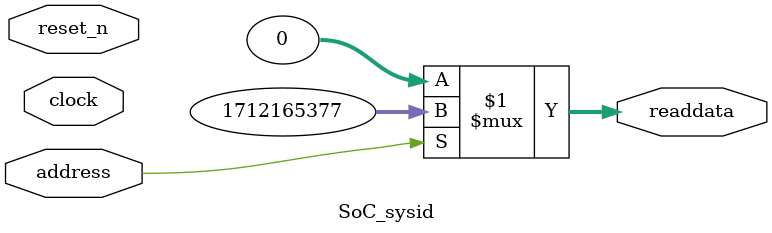
<source format=v>

`timescale 1ns / 1ps
// synthesis translate_on

// turn off superfluous verilog processor warnings 
// altera message_level Level1 
// altera message_off 10034 10035 10036 10037 10230 10240 10030 

module SoC_sysid (
               // inputs:
                address,
                clock,
                reset_n,

               // outputs:
                readdata
             )
;

  output  [ 31: 0] readdata;
  input            address;
  input            clock;
  input            reset_n;

  wire    [ 31: 0] readdata;
  //control_slave, which is an e_avalon_slave
  assign readdata = address ? 1712165377 : 0;

endmodule




</source>
